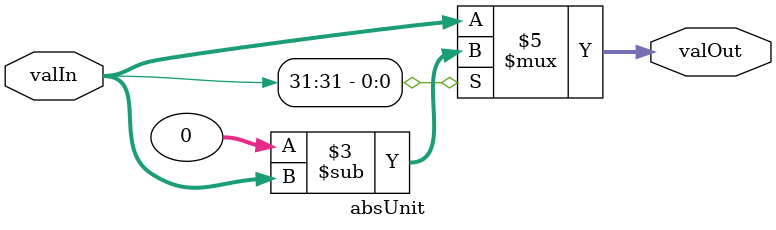
<source format=v>
`timescale 1ns / 1ps


module absUnit(valIn, valOut);

input [31:0] valIn; 
output reg [31:0] valOut;

always @(*)begin
if (valIn[31:31] == 1)
    valOut <= 0 - valIn;
else
    valOut <= valIn;
end



endmodule

</source>
